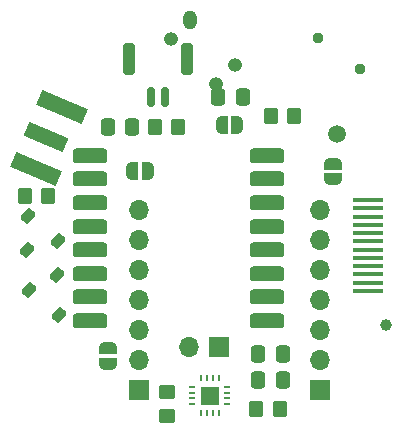
<source format=gbr>
%TF.GenerationSoftware,KiCad,Pcbnew,8.0.1*%
%TF.CreationDate,2024-05-06T20:27:01+02:00*%
%TF.ProjectId,SenseLoraCAM,53656e73-654c-46f7-9261-43414d2e6b69,rev?*%
%TF.SameCoordinates,Original*%
%TF.FileFunction,Soldermask,Top*%
%TF.FilePolarity,Negative*%
%FSLAX46Y46*%
G04 Gerber Fmt 4.6, Leading zero omitted, Abs format (unit mm)*
G04 Created by KiCad (PCBNEW 8.0.1) date 2024-05-06 20:27:01*
%MOMM*%
%LPD*%
G01*
G04 APERTURE LIST*
G04 Aperture macros list*
%AMRoundRect*
0 Rectangle with rounded corners*
0 $1 Rounding radius*
0 $2 $3 $4 $5 $6 $7 $8 $9 X,Y pos of 4 corners*
0 Add a 4 corners polygon primitive as box body*
4,1,4,$2,$3,$4,$5,$6,$7,$8,$9,$2,$3,0*
0 Add four circle primitives for the rounded corners*
1,1,$1+$1,$2,$3*
1,1,$1+$1,$4,$5*
1,1,$1+$1,$6,$7*
1,1,$1+$1,$8,$9*
0 Add four rect primitives between the rounded corners*
20,1,$1+$1,$2,$3,$4,$5,0*
20,1,$1+$1,$4,$5,$6,$7,0*
20,1,$1+$1,$6,$7,$8,$9,0*
20,1,$1+$1,$8,$9,$2,$3,0*%
%AMRotRect*
0 Rectangle, with rotation*
0 The origin of the aperture is its center*
0 $1 length*
0 $2 width*
0 $3 Rotation angle, in degrees counterclockwise*
0 Add horizontal line*
21,1,$1,$2,0,0,$3*%
%AMFreePoly0*
4,1,19,0.500000,-0.750000,0.000000,-0.750000,0.000000,-0.744911,-0.071157,-0.744911,-0.207708,-0.704816,-0.327430,-0.627875,-0.420627,-0.520320,-0.479746,-0.390866,-0.500000,-0.250000,-0.500000,0.250000,-0.479746,0.390866,-0.420627,0.520320,-0.327430,0.627875,-0.207708,0.704816,-0.071157,0.744911,0.000000,0.744911,0.000000,0.750000,0.500000,0.750000,0.500000,-0.750000,0.500000,-0.750000,
$1*%
%AMFreePoly1*
4,1,19,0.000000,0.744911,0.071157,0.744911,0.207708,0.704816,0.327430,0.627875,0.420627,0.520320,0.479746,0.390866,0.500000,0.250000,0.500000,-0.250000,0.479746,-0.390866,0.420627,-0.520320,0.327430,-0.627875,0.207708,-0.704816,0.071157,-0.744911,0.000000,-0.744911,0.000000,-0.750000,-0.500000,-0.750000,-0.500000,0.750000,0.000000,0.750000,0.000000,0.744911,0.000000,0.744911,
$1*%
G04 Aperture macros list end*
%ADD10RoundRect,0.225000X-0.413405X-0.142639X-0.068685X-0.431894X0.413405X0.142639X0.068685X0.431894X0*%
%ADD11RotRect,1.270000X3.600000X247.000000*%
%ADD12RotRect,1.350000X4.200000X247.000000*%
%ADD13RoundRect,0.250000X-0.337500X-0.475000X0.337500X-0.475000X0.337500X0.475000X-0.337500X0.475000X0*%
%ADD14RoundRect,0.150000X0.150000X0.700000X-0.150000X0.700000X-0.150000X-0.700000X0.150000X-0.700000X0*%
%ADD15RoundRect,0.250000X0.250000X1.100000X-0.250000X1.100000X-0.250000X-1.100000X0.250000X-1.100000X0*%
%ADD16R,2.500000X0.350000*%
%ADD17FreePoly0,0.000000*%
%ADD18FreePoly1,0.000000*%
%ADD19RoundRect,0.250000X-0.350000X-0.450000X0.350000X-0.450000X0.350000X0.450000X-0.350000X0.450000X0*%
%ADD20RoundRect,0.250000X-0.450000X0.350000X-0.450000X-0.350000X0.450000X-0.350000X0.450000X0.350000X0*%
%ADD21FreePoly0,90.000000*%
%ADD22FreePoly1,90.000000*%
%ADD23RoundRect,0.250000X0.350000X0.450000X-0.350000X0.450000X-0.350000X-0.450000X0.350000X-0.450000X0*%
%ADD24C,1.000000*%
%ADD25RoundRect,0.250000X0.337500X0.475000X-0.337500X0.475000X-0.337500X-0.475000X0.337500X-0.475000X0*%
%ADD26R,0.250000X0.600000*%
%ADD27R,0.600000X0.250000*%
%ADD28R,1.500000X1.500000*%
%ADD29C,1.500000*%
%ADD30RoundRect,0.317500X1.157500X0.317500X-1.157500X0.317500X-1.157500X-0.317500X1.157500X-0.317500X0*%
%ADD31R,1.700000X1.700000*%
%ADD32O,1.700000X1.700000*%
%ADD33C,0.950000*%
%ADD34O,1.200000X1.600000*%
%ADD35O,1.200000X1.200000*%
G04 APERTURE END LIST*
D10*
%TO.C,D5*%
X97472054Y-79478800D03*
X100000000Y-81600000D03*
%TD*%
D11*
%TO.C,AE1*%
X99032106Y-72817221D03*
D12*
X100320022Y-70294942D03*
X98112392Y-75495794D03*
%TD*%
D13*
%TO.C,C2*%
X116962500Y-93400000D03*
X119037500Y-93400000D03*
%TD*%
D14*
%TO.C,J1*%
X109100000Y-69400000D03*
X107850000Y-69400000D03*
D15*
X110950000Y-66200000D03*
X106000000Y-66200000D03*
%TD*%
D10*
%TO.C,D4*%
X97400000Y-82400000D03*
X99927946Y-84521200D03*
%TD*%
D16*
%TO.C,U2*%
X126275000Y-78150000D03*
X126275000Y-78850000D03*
X126275000Y-79550000D03*
X126275000Y-80250000D03*
X126275000Y-80950000D03*
X126275000Y-81650000D03*
X126275000Y-82350000D03*
X126275000Y-83050000D03*
X126275000Y-83750000D03*
X126275000Y-84450000D03*
X126275000Y-85150000D03*
X126275000Y-85850000D03*
%TD*%
D17*
%TO.C,JP4*%
X106300000Y-75700000D03*
D18*
X107600000Y-75700000D03*
%TD*%
D19*
%TO.C,R5*%
X118000000Y-71000000D03*
X120000000Y-71000000D03*
%TD*%
D20*
%TO.C,R1*%
X109200000Y-94400000D03*
X109200000Y-96400000D03*
%TD*%
D21*
%TO.C,JP6*%
X123300000Y-76400000D03*
D22*
X123300000Y-75100000D03*
%TD*%
D13*
%TO.C,C1*%
X116962500Y-91200000D03*
X119037500Y-91200000D03*
%TD*%
D23*
%TO.C,R8*%
X110200000Y-72000000D03*
X108200000Y-72000000D03*
%TD*%
D10*
%TO.C,D3*%
X97536027Y-85739400D03*
X100063973Y-87860600D03*
%TD*%
D13*
%TO.C,C4*%
X113562500Y-69400000D03*
X115637500Y-69400000D03*
%TD*%
D23*
%TO.C,R4*%
X118800000Y-95800000D03*
X116800000Y-95800000D03*
%TD*%
D24*
%TO.C,RES*%
X127800000Y-88700000D03*
%TD*%
D25*
%TO.C,C5*%
X106275000Y-72000000D03*
X104200000Y-72000000D03*
%TD*%
D23*
%TO.C,R6*%
X99200000Y-77800000D03*
X97200000Y-77800000D03*
%TD*%
D21*
%TO.C,JP5*%
X104200000Y-92000000D03*
D22*
X104200000Y-90700000D03*
%TD*%
D17*
%TO.C,JP3*%
X113900000Y-71800000D03*
D18*
X115200000Y-71800000D03*
%TD*%
D26*
%TO.C,U3*%
X112101000Y-96200000D03*
X112600000Y-96200000D03*
X113101000Y-96200000D03*
X113600000Y-96200000D03*
D27*
X114349000Y-95448000D03*
X114349000Y-94948000D03*
X114349000Y-94448000D03*
X114349000Y-93948000D03*
D26*
X113599000Y-93200000D03*
X113099000Y-93200000D03*
X112599000Y-93200000D03*
X112101000Y-93200000D03*
D27*
X111349000Y-93948000D03*
X111349000Y-94448000D03*
X111349000Y-94948000D03*
X111349000Y-95448000D03*
D28*
X112849000Y-94700000D03*
%TD*%
D29*
%TO.C,CS*%
X123600000Y-72587500D03*
%TD*%
D30*
%TO.C,U1*%
X117725000Y-88400000D03*
X117725000Y-86400000D03*
X117725000Y-84400000D03*
X117725000Y-82400000D03*
X117725000Y-80400000D03*
X117725000Y-78400000D03*
X117725000Y-76400000D03*
X117725000Y-74400000D03*
X102675000Y-74400000D03*
X102675000Y-76400000D03*
X102675000Y-78400000D03*
X102675000Y-80400000D03*
X102675000Y-82400000D03*
X102675000Y-84400000D03*
X102675000Y-86400000D03*
X102675000Y-88400000D03*
%TD*%
D31*
%TO.C,J3*%
X122200000Y-94240000D03*
D32*
X122200000Y-91700000D03*
X122200000Y-89160000D03*
X122200000Y-86620000D03*
X122200000Y-84080000D03*
X122200000Y-81540000D03*
X122200000Y-79000000D03*
%TD*%
D31*
%TO.C,J2*%
X113675000Y-90600000D03*
D32*
X111135000Y-90600000D03*
%TD*%
D33*
%TO.C,SW2*%
X122036353Y-64432289D03*
X125596029Y-67018545D03*
%TD*%
D31*
%TO.C,J4*%
X106900000Y-94240000D03*
D32*
X106900000Y-91700000D03*
X106900000Y-89160000D03*
X106900000Y-86620000D03*
X106900000Y-84080000D03*
X106900000Y-81540000D03*
X106900000Y-79000000D03*
%TD*%
D34*
%TO.C,Ur1*%
X111200000Y-62900000D03*
D35*
X115000000Y-66700000D03*
X113400000Y-68300000D03*
X109600000Y-64500000D03*
%TD*%
M02*

</source>
